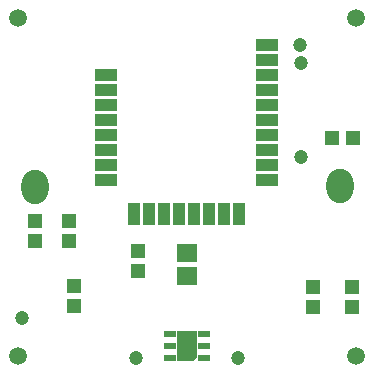
<source format=gbr>
G04 DipTrace 3.2.0.1*
G04 TopMask.gbr*
%MOIN*%
G04 #@! TF.FileFunction,Soldermask,Top*
G04 #@! TF.Part,Single*
%AMOUTLINE4*
4,1,16,
-0.045255,-0.012331,
-0.040831,-0.031568,
-0.028213,-0.047336,
-0.010003,-0.056067,
0.010191,-0.056033,
0.028371,-0.047241,
0.040935,-0.031431,
0.045296,-0.012179,
0.045255,0.012331,
0.040831,0.031568,
0.028213,0.047336,
0.010003,0.056067,
-0.010191,0.056033,
-0.028371,0.047241,
-0.040935,0.031431,
-0.045296,0.012179,
-0.045255,-0.012331,
0*%
%AMOUTLINE13*
4,1,5,
-0.033465,0.051181,
0.033465,0.051181,
0.033465,-0.039032,
0.021316,-0.051181,
-0.033465,-0.051181,
-0.033465,0.051181,
0*%
%ADD31C,0.059055*%
%ADD36R,0.03937X0.023622*%
%ADD40C,0.047244*%
%ADD42R,0.03937X0.074803*%
%ADD44R,0.074803X0.03937*%
%ADD46R,0.051181X0.047244*%
%ADD48R,0.066929X0.059055*%
%ADD52R,0.047244X0.051181*%
%ADD59OUTLINE4*%
%ADD68OUTLINE13*%
%FSLAX26Y26*%
G04*
G70*
G90*
G75*
G01*
G04 TopMask*
%LPD*%
D52*
X-376564Y-397034D3*
Y-330105D3*
X-391571Y-181008D3*
Y-114079D3*
D48*
X0Y-221343D3*
Y-296146D3*
D31*
X-562992Y562992D3*
X562992D3*
X-562992Y-562992D3*
X562992D3*
D46*
X486051Y162248D3*
X552980D3*
D52*
X-161831Y-282623D3*
Y-215694D3*
X422782Y-401726D3*
Y-334797D3*
X551440Y-402210D3*
Y-335281D3*
X-503895Y-180199D3*
Y-113270D3*
D44*
X-267717Y23622D3*
Y73622D3*
Y123622D3*
Y173622D3*
Y223622D3*
Y273622D3*
Y323622D3*
Y373622D3*
X267717Y23622D3*
Y73622D3*
Y123622D3*
Y173622D3*
Y223622D3*
Y273622D3*
Y323622D3*
Y373622D3*
Y423622D3*
Y473622D3*
D42*
X-25000Y-90551D3*
X25000D3*
X-75000Y-90157D3*
X75000Y-90551D3*
X-125000D3*
X125000D3*
X-175000D3*
X175000D3*
D40*
X-168634Y-571084D3*
D59*
X511240Y852D3*
X-504505Y-850D3*
D36*
X-57087Y-570866D3*
Y-531496D3*
Y-492126D3*
X57087Y-570866D3*
Y-531496D3*
Y-492126D3*
D68*
X0Y-531496D3*
D40*
X-550350Y-439056D3*
X170449Y-571084D3*
X382573Y97698D3*
X378786Y472408D3*
X379909Y411322D3*
M02*

</source>
